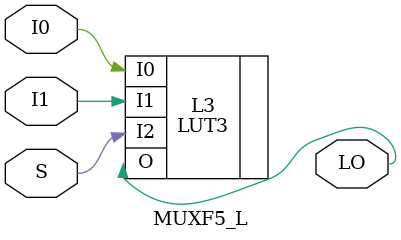
<source format=v>

`timescale  1 ps / 1 ps

module MUXF5_L (LO, I0, I1, S);

    output LO;

    input  I0, I1, S;

LUT3 #(.INIT(8'hca)) L3 (
		 .O (LO),
		 .I0 (I0),
		 .I1 (I1),
		 .I2 (S));

endmodule

</source>
